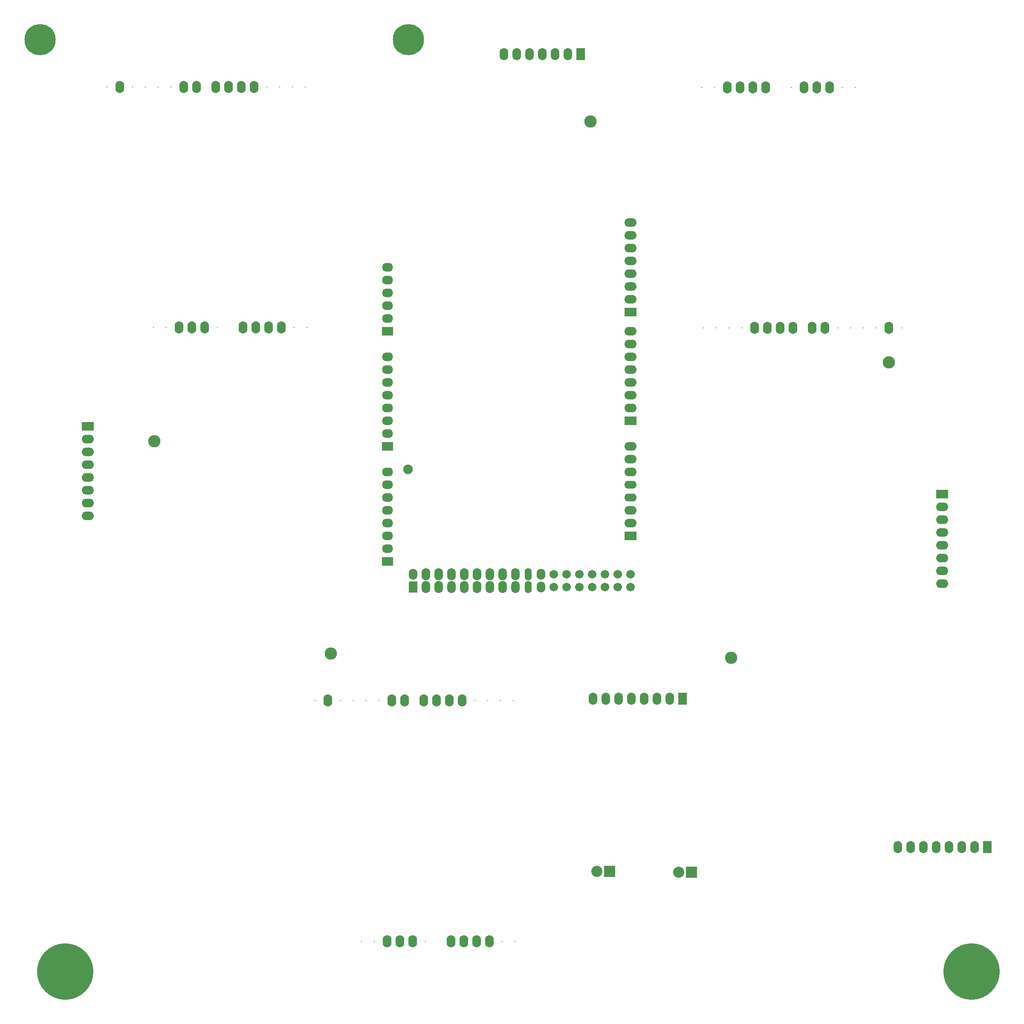
<source format=gts>
G04*
G04 #@! TF.GenerationSoftware,Altium Limited,Altium Designer,18.0.7 (293)*
G04*
G04 Layer_Color=8388736*
%FSLAX44Y44*%
%MOMM*%
G71*
G01*
G75*
%ADD12C,11.2032*%
%ADD13C,6.2032*%
%ADD14R,1.7032X2.4532*%
%ADD15O,1.7032X2.4532*%
%ADD16O,1.7272X2.4532*%
%ADD17R,2.4532X1.7032*%
%ADD18O,2.4532X1.7032*%
%ADD19O,2.4532X1.6032*%
%ADD20O,2.2032X1.7032*%
%ADD21R,2.2032X1.7032*%
%ADD22R,1.7032X2.2032*%
%ADD23O,1.7032X2.2032*%
%ADD24O,1.4032X2.4532*%
%ADD25C,1.7032*%
%ADD26R,2.2032X2.2032*%
%ADD27C,2.2032*%
%ADD28C,0.2032*%
%ADD29C,1.9032*%
%ADD30C,2.4532*%
D12*
X1900250Y100000D02*
D03*
X100000D02*
D03*
D13*
X781850Y1950250D02*
D03*
X50000D02*
D03*
D14*
X1325880Y641350D02*
D03*
X1123950Y1921510D02*
D03*
X1931670Y346710D02*
D03*
D15*
X1300480Y641350D02*
D03*
X1275080D02*
D03*
X1249680D02*
D03*
X1224280D02*
D03*
X1198880D02*
D03*
X1173480D02*
D03*
X1148080D02*
D03*
X971550Y1921510D02*
D03*
X996950D02*
D03*
X1022350D02*
D03*
X1047750D02*
D03*
X1073150D02*
D03*
X1098550D02*
D03*
X994410Y863600D02*
D03*
X969010D02*
D03*
X943610D02*
D03*
X918210D02*
D03*
X892810D02*
D03*
X867410D02*
D03*
X842010D02*
D03*
X816610D02*
D03*
Y889000D02*
D03*
X842010D02*
D03*
X867410D02*
D03*
X892810D02*
D03*
X918210D02*
D03*
X943610D02*
D03*
X969010D02*
D03*
X994410D02*
D03*
X1906270Y346710D02*
D03*
X1880870D02*
D03*
X1855470D02*
D03*
X1830070D02*
D03*
X1804670D02*
D03*
X1779270D02*
D03*
X1753870D02*
D03*
D16*
X1469390Y1377950D02*
D03*
X1494790D02*
D03*
X1520190D02*
D03*
X1545590D02*
D03*
X1583690D02*
D03*
X1609090D02*
D03*
X1736090D02*
D03*
X1415190Y1855950D02*
D03*
X1440590D02*
D03*
X1465990D02*
D03*
X1491390D02*
D03*
X1567590D02*
D03*
X1592990D02*
D03*
X1618390D02*
D03*
X208280Y1856740D02*
D03*
X335280D02*
D03*
X360680D02*
D03*
X398780D02*
D03*
X424180D02*
D03*
X449580D02*
D03*
X474980D02*
D03*
X325980Y1378740D02*
D03*
X351380D02*
D03*
X376780D02*
D03*
X452980D02*
D03*
X478380D02*
D03*
X503780D02*
D03*
X529180D02*
D03*
X888140Y638020D02*
D03*
X862740D02*
D03*
X837340D02*
D03*
X811940D02*
D03*
X773840D02*
D03*
X748440D02*
D03*
X621440D02*
D03*
X739140Y160020D02*
D03*
X764540D02*
D03*
X789940D02*
D03*
X866140D02*
D03*
X891540D02*
D03*
X916940D02*
D03*
X942340D02*
D03*
D17*
X1223010Y965200D02*
D03*
Y1193800D02*
D03*
Y1409700D02*
D03*
X1841500Y1047750D02*
D03*
X144780Y1182370D02*
D03*
D18*
X1223010Y990600D02*
D03*
Y1016000D02*
D03*
Y1092200D02*
D03*
Y1117600D02*
D03*
Y1143000D02*
D03*
Y1219200D02*
D03*
Y1244600D02*
D03*
Y1270000D02*
D03*
Y1295400D02*
D03*
Y1320800D02*
D03*
Y1346200D02*
D03*
Y1371600D02*
D03*
Y1435100D02*
D03*
Y1460500D02*
D03*
Y1485900D02*
D03*
Y1511300D02*
D03*
Y1536700D02*
D03*
Y1562100D02*
D03*
Y1587500D02*
D03*
X1841500Y1022350D02*
D03*
Y996950D02*
D03*
Y971550D02*
D03*
Y946150D02*
D03*
Y920750D02*
D03*
Y895350D02*
D03*
Y869950D02*
D03*
X144780Y1156970D02*
D03*
Y1131570D02*
D03*
Y1106170D02*
D03*
Y1080770D02*
D03*
Y1055370D02*
D03*
Y1029970D02*
D03*
Y1004570D02*
D03*
D19*
X1223010Y1041400D02*
D03*
Y1066800D02*
D03*
D20*
X740410Y1498600D02*
D03*
Y1473200D02*
D03*
Y1447800D02*
D03*
Y1422400D02*
D03*
Y1397000D02*
D03*
Y1320800D02*
D03*
Y1295400D02*
D03*
Y1270000D02*
D03*
Y1244600D02*
D03*
Y1219200D02*
D03*
Y1193800D02*
D03*
Y1168400D02*
D03*
Y1092200D02*
D03*
Y1066800D02*
D03*
Y1041400D02*
D03*
Y1016000D02*
D03*
Y990600D02*
D03*
Y965200D02*
D03*
Y939800D02*
D03*
D21*
Y1371600D02*
D03*
Y1143000D02*
D03*
Y914400D02*
D03*
D22*
X791210Y863600D02*
D03*
D23*
Y889000D02*
D03*
X1045210Y863600D02*
D03*
Y889000D02*
D03*
D24*
X1019810D02*
D03*
Y863600D02*
D03*
D25*
X1070610Y889000D02*
D03*
Y863600D02*
D03*
X1096010D02*
D03*
Y889000D02*
D03*
X1121410D02*
D03*
Y863600D02*
D03*
X1146810D02*
D03*
Y889000D02*
D03*
X1172210D02*
D03*
Y863600D02*
D03*
X1197610D02*
D03*
Y889000D02*
D03*
X1223010D02*
D03*
Y863600D02*
D03*
D26*
X1343660Y297180D02*
D03*
X1181100Y298450D02*
D03*
D27*
X1318260Y297180D02*
D03*
X1155700Y298450D02*
D03*
D28*
X1669190Y1855950D02*
D03*
X1710690Y1377950D02*
D03*
X1685290D02*
D03*
X1659890D02*
D03*
X1634490D02*
D03*
X1443990D02*
D03*
X1418590D02*
D03*
X1393190D02*
D03*
X1643790Y1855950D02*
D03*
X1542190D02*
D03*
X1389790D02*
D03*
X1364390D02*
D03*
X1761490Y1377950D02*
D03*
X1367790D02*
D03*
X275180Y1378740D02*
D03*
X233680Y1856740D02*
D03*
X259080D02*
D03*
X284480D02*
D03*
X309880D02*
D03*
X500380D02*
D03*
X525780D02*
D03*
X551180D02*
D03*
X300580Y1378740D02*
D03*
X402180D02*
D03*
X554580D02*
D03*
X579980D02*
D03*
X182880Y1856740D02*
D03*
X576580D02*
D03*
X688340Y160020D02*
D03*
X646840Y638020D02*
D03*
X672240D02*
D03*
X697640D02*
D03*
X723040D02*
D03*
X913540D02*
D03*
X938940D02*
D03*
X964340D02*
D03*
X713740Y160020D02*
D03*
X815340D02*
D03*
X967740D02*
D03*
X993140D02*
D03*
X596040Y638020D02*
D03*
X989740D02*
D03*
D29*
X781050Y1097280D02*
D03*
D30*
X1736090Y1309370D02*
D03*
X276860Y1153160D02*
D03*
X1422400Y722630D02*
D03*
X627380Y731520D02*
D03*
X1143000Y1788160D02*
D03*
M02*

</source>
